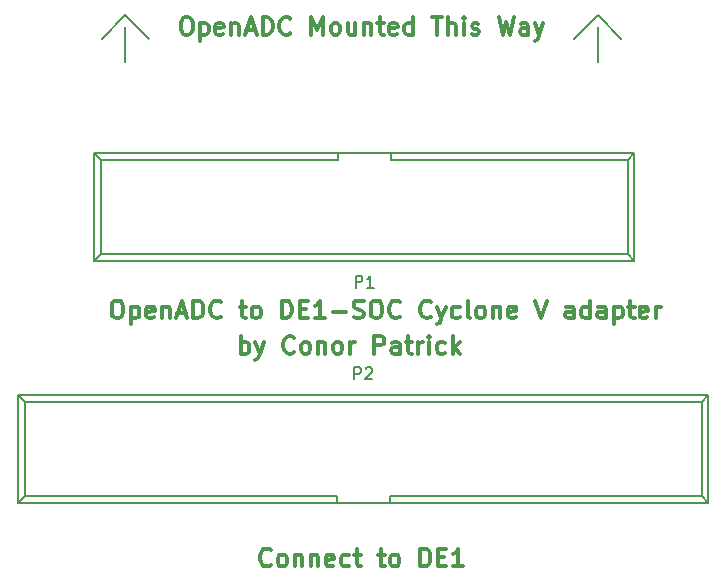
<source format=gbr>
G04 #@! TF.FileFunction,Legend,Top*
%FSLAX46Y46*%
G04 Gerber Fmt 4.6, Leading zero omitted, Abs format (unit mm)*
G04 Created by KiCad (PCBNEW 4.0.3+e1-6302~38~ubuntu15.10.1-stable) date Thu Nov 10 16:03:18 2016*
%MOMM*%
%LPD*%
G01*
G04 APERTURE LIST*
%ADD10C,0.100000*%
%ADD11C,0.300000*%
%ADD12C,0.200000*%
%ADD13C,0.150000*%
G04 APERTURE END LIST*
D10*
D11*
X160785715Y-93678571D02*
X160785715Y-92178571D01*
X160785715Y-92750000D02*
X160928572Y-92678571D01*
X161214286Y-92678571D01*
X161357143Y-92750000D01*
X161428572Y-92821429D01*
X161500001Y-92964286D01*
X161500001Y-93392857D01*
X161428572Y-93535714D01*
X161357143Y-93607143D01*
X161214286Y-93678571D01*
X160928572Y-93678571D01*
X160785715Y-93607143D01*
X162000001Y-92678571D02*
X162357144Y-93678571D01*
X162714286Y-92678571D02*
X162357144Y-93678571D01*
X162214286Y-94035714D01*
X162142858Y-94107143D01*
X162000001Y-94178571D01*
X165285715Y-93535714D02*
X165214286Y-93607143D01*
X165000000Y-93678571D01*
X164857143Y-93678571D01*
X164642858Y-93607143D01*
X164500000Y-93464286D01*
X164428572Y-93321429D01*
X164357143Y-93035714D01*
X164357143Y-92821429D01*
X164428572Y-92535714D01*
X164500000Y-92392857D01*
X164642858Y-92250000D01*
X164857143Y-92178571D01*
X165000000Y-92178571D01*
X165214286Y-92250000D01*
X165285715Y-92321429D01*
X166142858Y-93678571D02*
X166000000Y-93607143D01*
X165928572Y-93535714D01*
X165857143Y-93392857D01*
X165857143Y-92964286D01*
X165928572Y-92821429D01*
X166000000Y-92750000D01*
X166142858Y-92678571D01*
X166357143Y-92678571D01*
X166500000Y-92750000D01*
X166571429Y-92821429D01*
X166642858Y-92964286D01*
X166642858Y-93392857D01*
X166571429Y-93535714D01*
X166500000Y-93607143D01*
X166357143Y-93678571D01*
X166142858Y-93678571D01*
X167285715Y-92678571D02*
X167285715Y-93678571D01*
X167285715Y-92821429D02*
X167357143Y-92750000D01*
X167500001Y-92678571D01*
X167714286Y-92678571D01*
X167857143Y-92750000D01*
X167928572Y-92892857D01*
X167928572Y-93678571D01*
X168857144Y-93678571D02*
X168714286Y-93607143D01*
X168642858Y-93535714D01*
X168571429Y-93392857D01*
X168571429Y-92964286D01*
X168642858Y-92821429D01*
X168714286Y-92750000D01*
X168857144Y-92678571D01*
X169071429Y-92678571D01*
X169214286Y-92750000D01*
X169285715Y-92821429D01*
X169357144Y-92964286D01*
X169357144Y-93392857D01*
X169285715Y-93535714D01*
X169214286Y-93607143D01*
X169071429Y-93678571D01*
X168857144Y-93678571D01*
X170000001Y-93678571D02*
X170000001Y-92678571D01*
X170000001Y-92964286D02*
X170071429Y-92821429D01*
X170142858Y-92750000D01*
X170285715Y-92678571D01*
X170428572Y-92678571D01*
X172071429Y-93678571D02*
X172071429Y-92178571D01*
X172642857Y-92178571D01*
X172785715Y-92250000D01*
X172857143Y-92321429D01*
X172928572Y-92464286D01*
X172928572Y-92678571D01*
X172857143Y-92821429D01*
X172785715Y-92892857D01*
X172642857Y-92964286D01*
X172071429Y-92964286D01*
X174214286Y-93678571D02*
X174214286Y-92892857D01*
X174142857Y-92750000D01*
X174000000Y-92678571D01*
X173714286Y-92678571D01*
X173571429Y-92750000D01*
X174214286Y-93607143D02*
X174071429Y-93678571D01*
X173714286Y-93678571D01*
X173571429Y-93607143D01*
X173500000Y-93464286D01*
X173500000Y-93321429D01*
X173571429Y-93178571D01*
X173714286Y-93107143D01*
X174071429Y-93107143D01*
X174214286Y-93035714D01*
X174714286Y-92678571D02*
X175285715Y-92678571D01*
X174928572Y-92178571D02*
X174928572Y-93464286D01*
X175000000Y-93607143D01*
X175142858Y-93678571D01*
X175285715Y-93678571D01*
X175785715Y-93678571D02*
X175785715Y-92678571D01*
X175785715Y-92964286D02*
X175857143Y-92821429D01*
X175928572Y-92750000D01*
X176071429Y-92678571D01*
X176214286Y-92678571D01*
X176714286Y-93678571D02*
X176714286Y-92678571D01*
X176714286Y-92178571D02*
X176642857Y-92250000D01*
X176714286Y-92321429D01*
X176785714Y-92250000D01*
X176714286Y-92178571D01*
X176714286Y-92321429D01*
X178071429Y-93607143D02*
X177928572Y-93678571D01*
X177642858Y-93678571D01*
X177500000Y-93607143D01*
X177428572Y-93535714D01*
X177357143Y-93392857D01*
X177357143Y-92964286D01*
X177428572Y-92821429D01*
X177500000Y-92750000D01*
X177642858Y-92678571D01*
X177928572Y-92678571D01*
X178071429Y-92750000D01*
X178714286Y-93678571D02*
X178714286Y-92178571D01*
X178857143Y-93107143D02*
X179285714Y-93678571D01*
X179285714Y-92678571D02*
X178714286Y-93250000D01*
X150178572Y-89178571D02*
X150464286Y-89178571D01*
X150607144Y-89250000D01*
X150750001Y-89392857D01*
X150821429Y-89678571D01*
X150821429Y-90178571D01*
X150750001Y-90464286D01*
X150607144Y-90607143D01*
X150464286Y-90678571D01*
X150178572Y-90678571D01*
X150035715Y-90607143D01*
X149892858Y-90464286D01*
X149821429Y-90178571D01*
X149821429Y-89678571D01*
X149892858Y-89392857D01*
X150035715Y-89250000D01*
X150178572Y-89178571D01*
X151464287Y-89678571D02*
X151464287Y-91178571D01*
X151464287Y-89750000D02*
X151607144Y-89678571D01*
X151892858Y-89678571D01*
X152035715Y-89750000D01*
X152107144Y-89821429D01*
X152178573Y-89964286D01*
X152178573Y-90392857D01*
X152107144Y-90535714D01*
X152035715Y-90607143D01*
X151892858Y-90678571D01*
X151607144Y-90678571D01*
X151464287Y-90607143D01*
X153392858Y-90607143D02*
X153250001Y-90678571D01*
X152964287Y-90678571D01*
X152821430Y-90607143D01*
X152750001Y-90464286D01*
X152750001Y-89892857D01*
X152821430Y-89750000D01*
X152964287Y-89678571D01*
X153250001Y-89678571D01*
X153392858Y-89750000D01*
X153464287Y-89892857D01*
X153464287Y-90035714D01*
X152750001Y-90178571D01*
X154107144Y-89678571D02*
X154107144Y-90678571D01*
X154107144Y-89821429D02*
X154178572Y-89750000D01*
X154321430Y-89678571D01*
X154535715Y-89678571D01*
X154678572Y-89750000D01*
X154750001Y-89892857D01*
X154750001Y-90678571D01*
X155392858Y-90250000D02*
X156107144Y-90250000D01*
X155250001Y-90678571D02*
X155750001Y-89178571D01*
X156250001Y-90678571D01*
X156750001Y-90678571D02*
X156750001Y-89178571D01*
X157107144Y-89178571D01*
X157321429Y-89250000D01*
X157464287Y-89392857D01*
X157535715Y-89535714D01*
X157607144Y-89821429D01*
X157607144Y-90035714D01*
X157535715Y-90321429D01*
X157464287Y-90464286D01*
X157321429Y-90607143D01*
X157107144Y-90678571D01*
X156750001Y-90678571D01*
X159107144Y-90535714D02*
X159035715Y-90607143D01*
X158821429Y-90678571D01*
X158678572Y-90678571D01*
X158464287Y-90607143D01*
X158321429Y-90464286D01*
X158250001Y-90321429D01*
X158178572Y-90035714D01*
X158178572Y-89821429D01*
X158250001Y-89535714D01*
X158321429Y-89392857D01*
X158464287Y-89250000D01*
X158678572Y-89178571D01*
X158821429Y-89178571D01*
X159035715Y-89250000D01*
X159107144Y-89321429D01*
X160678572Y-89678571D02*
X161250001Y-89678571D01*
X160892858Y-89178571D02*
X160892858Y-90464286D01*
X160964286Y-90607143D01*
X161107144Y-90678571D01*
X161250001Y-90678571D01*
X161964287Y-90678571D02*
X161821429Y-90607143D01*
X161750001Y-90535714D01*
X161678572Y-90392857D01*
X161678572Y-89964286D01*
X161750001Y-89821429D01*
X161821429Y-89750000D01*
X161964287Y-89678571D01*
X162178572Y-89678571D01*
X162321429Y-89750000D01*
X162392858Y-89821429D01*
X162464287Y-89964286D01*
X162464287Y-90392857D01*
X162392858Y-90535714D01*
X162321429Y-90607143D01*
X162178572Y-90678571D01*
X161964287Y-90678571D01*
X164250001Y-90678571D02*
X164250001Y-89178571D01*
X164607144Y-89178571D01*
X164821429Y-89250000D01*
X164964287Y-89392857D01*
X165035715Y-89535714D01*
X165107144Y-89821429D01*
X165107144Y-90035714D01*
X165035715Y-90321429D01*
X164964287Y-90464286D01*
X164821429Y-90607143D01*
X164607144Y-90678571D01*
X164250001Y-90678571D01*
X165750001Y-89892857D02*
X166250001Y-89892857D01*
X166464287Y-90678571D02*
X165750001Y-90678571D01*
X165750001Y-89178571D01*
X166464287Y-89178571D01*
X167892858Y-90678571D02*
X167035715Y-90678571D01*
X167464287Y-90678571D02*
X167464287Y-89178571D01*
X167321430Y-89392857D01*
X167178572Y-89535714D01*
X167035715Y-89607143D01*
X168535715Y-90107143D02*
X169678572Y-90107143D01*
X170321429Y-90607143D02*
X170535715Y-90678571D01*
X170892858Y-90678571D01*
X171035715Y-90607143D01*
X171107144Y-90535714D01*
X171178572Y-90392857D01*
X171178572Y-90250000D01*
X171107144Y-90107143D01*
X171035715Y-90035714D01*
X170892858Y-89964286D01*
X170607144Y-89892857D01*
X170464286Y-89821429D01*
X170392858Y-89750000D01*
X170321429Y-89607143D01*
X170321429Y-89464286D01*
X170392858Y-89321429D01*
X170464286Y-89250000D01*
X170607144Y-89178571D01*
X170964286Y-89178571D01*
X171178572Y-89250000D01*
X172107143Y-89178571D02*
X172392857Y-89178571D01*
X172535715Y-89250000D01*
X172678572Y-89392857D01*
X172750000Y-89678571D01*
X172750000Y-90178571D01*
X172678572Y-90464286D01*
X172535715Y-90607143D01*
X172392857Y-90678571D01*
X172107143Y-90678571D01*
X171964286Y-90607143D01*
X171821429Y-90464286D01*
X171750000Y-90178571D01*
X171750000Y-89678571D01*
X171821429Y-89392857D01*
X171964286Y-89250000D01*
X172107143Y-89178571D01*
X174250001Y-90535714D02*
X174178572Y-90607143D01*
X173964286Y-90678571D01*
X173821429Y-90678571D01*
X173607144Y-90607143D01*
X173464286Y-90464286D01*
X173392858Y-90321429D01*
X173321429Y-90035714D01*
X173321429Y-89821429D01*
X173392858Y-89535714D01*
X173464286Y-89392857D01*
X173607144Y-89250000D01*
X173821429Y-89178571D01*
X173964286Y-89178571D01*
X174178572Y-89250000D01*
X174250001Y-89321429D01*
X176892858Y-90535714D02*
X176821429Y-90607143D01*
X176607143Y-90678571D01*
X176464286Y-90678571D01*
X176250001Y-90607143D01*
X176107143Y-90464286D01*
X176035715Y-90321429D01*
X175964286Y-90035714D01*
X175964286Y-89821429D01*
X176035715Y-89535714D01*
X176107143Y-89392857D01*
X176250001Y-89250000D01*
X176464286Y-89178571D01*
X176607143Y-89178571D01*
X176821429Y-89250000D01*
X176892858Y-89321429D01*
X177392858Y-89678571D02*
X177750001Y-90678571D01*
X178107143Y-89678571D02*
X177750001Y-90678571D01*
X177607143Y-91035714D01*
X177535715Y-91107143D01*
X177392858Y-91178571D01*
X179321429Y-90607143D02*
X179178572Y-90678571D01*
X178892858Y-90678571D01*
X178750000Y-90607143D01*
X178678572Y-90535714D01*
X178607143Y-90392857D01*
X178607143Y-89964286D01*
X178678572Y-89821429D01*
X178750000Y-89750000D01*
X178892858Y-89678571D01*
X179178572Y-89678571D01*
X179321429Y-89750000D01*
X180178572Y-90678571D02*
X180035714Y-90607143D01*
X179964286Y-90464286D01*
X179964286Y-89178571D01*
X180964286Y-90678571D02*
X180821428Y-90607143D01*
X180750000Y-90535714D01*
X180678571Y-90392857D01*
X180678571Y-89964286D01*
X180750000Y-89821429D01*
X180821428Y-89750000D01*
X180964286Y-89678571D01*
X181178571Y-89678571D01*
X181321428Y-89750000D01*
X181392857Y-89821429D01*
X181464286Y-89964286D01*
X181464286Y-90392857D01*
X181392857Y-90535714D01*
X181321428Y-90607143D01*
X181178571Y-90678571D01*
X180964286Y-90678571D01*
X182107143Y-89678571D02*
X182107143Y-90678571D01*
X182107143Y-89821429D02*
X182178571Y-89750000D01*
X182321429Y-89678571D01*
X182535714Y-89678571D01*
X182678571Y-89750000D01*
X182750000Y-89892857D01*
X182750000Y-90678571D01*
X184035714Y-90607143D02*
X183892857Y-90678571D01*
X183607143Y-90678571D01*
X183464286Y-90607143D01*
X183392857Y-90464286D01*
X183392857Y-89892857D01*
X183464286Y-89750000D01*
X183607143Y-89678571D01*
X183892857Y-89678571D01*
X184035714Y-89750000D01*
X184107143Y-89892857D01*
X184107143Y-90035714D01*
X183392857Y-90178571D01*
X185678571Y-89178571D02*
X186178571Y-90678571D01*
X186678571Y-89178571D01*
X188964285Y-90678571D02*
X188964285Y-89892857D01*
X188892856Y-89750000D01*
X188749999Y-89678571D01*
X188464285Y-89678571D01*
X188321428Y-89750000D01*
X188964285Y-90607143D02*
X188821428Y-90678571D01*
X188464285Y-90678571D01*
X188321428Y-90607143D01*
X188249999Y-90464286D01*
X188249999Y-90321429D01*
X188321428Y-90178571D01*
X188464285Y-90107143D01*
X188821428Y-90107143D01*
X188964285Y-90035714D01*
X190321428Y-90678571D02*
X190321428Y-89178571D01*
X190321428Y-90607143D02*
X190178571Y-90678571D01*
X189892857Y-90678571D01*
X189749999Y-90607143D01*
X189678571Y-90535714D01*
X189607142Y-90392857D01*
X189607142Y-89964286D01*
X189678571Y-89821429D01*
X189749999Y-89750000D01*
X189892857Y-89678571D01*
X190178571Y-89678571D01*
X190321428Y-89750000D01*
X191678571Y-90678571D02*
X191678571Y-89892857D01*
X191607142Y-89750000D01*
X191464285Y-89678571D01*
X191178571Y-89678571D01*
X191035714Y-89750000D01*
X191678571Y-90607143D02*
X191535714Y-90678571D01*
X191178571Y-90678571D01*
X191035714Y-90607143D01*
X190964285Y-90464286D01*
X190964285Y-90321429D01*
X191035714Y-90178571D01*
X191178571Y-90107143D01*
X191535714Y-90107143D01*
X191678571Y-90035714D01*
X192392857Y-89678571D02*
X192392857Y-91178571D01*
X192392857Y-89750000D02*
X192535714Y-89678571D01*
X192821428Y-89678571D01*
X192964285Y-89750000D01*
X193035714Y-89821429D01*
X193107143Y-89964286D01*
X193107143Y-90392857D01*
X193035714Y-90535714D01*
X192964285Y-90607143D01*
X192821428Y-90678571D01*
X192535714Y-90678571D01*
X192392857Y-90607143D01*
X193535714Y-89678571D02*
X194107143Y-89678571D01*
X193750000Y-89178571D02*
X193750000Y-90464286D01*
X193821428Y-90607143D01*
X193964286Y-90678571D01*
X194107143Y-90678571D01*
X195178571Y-90607143D02*
X195035714Y-90678571D01*
X194750000Y-90678571D01*
X194607143Y-90607143D01*
X194535714Y-90464286D01*
X194535714Y-89892857D01*
X194607143Y-89750000D01*
X194750000Y-89678571D01*
X195035714Y-89678571D01*
X195178571Y-89750000D01*
X195250000Y-89892857D01*
X195250000Y-90035714D01*
X194535714Y-90178571D01*
X195892857Y-90678571D02*
X195892857Y-89678571D01*
X195892857Y-89964286D02*
X195964285Y-89821429D01*
X196035714Y-89750000D01*
X196178571Y-89678571D01*
X196321428Y-89678571D01*
X163321429Y-111535714D02*
X163250000Y-111607143D01*
X163035714Y-111678571D01*
X162892857Y-111678571D01*
X162678572Y-111607143D01*
X162535714Y-111464286D01*
X162464286Y-111321429D01*
X162392857Y-111035714D01*
X162392857Y-110821429D01*
X162464286Y-110535714D01*
X162535714Y-110392857D01*
X162678572Y-110250000D01*
X162892857Y-110178571D01*
X163035714Y-110178571D01*
X163250000Y-110250000D01*
X163321429Y-110321429D01*
X164178572Y-111678571D02*
X164035714Y-111607143D01*
X163964286Y-111535714D01*
X163892857Y-111392857D01*
X163892857Y-110964286D01*
X163964286Y-110821429D01*
X164035714Y-110750000D01*
X164178572Y-110678571D01*
X164392857Y-110678571D01*
X164535714Y-110750000D01*
X164607143Y-110821429D01*
X164678572Y-110964286D01*
X164678572Y-111392857D01*
X164607143Y-111535714D01*
X164535714Y-111607143D01*
X164392857Y-111678571D01*
X164178572Y-111678571D01*
X165321429Y-110678571D02*
X165321429Y-111678571D01*
X165321429Y-110821429D02*
X165392857Y-110750000D01*
X165535715Y-110678571D01*
X165750000Y-110678571D01*
X165892857Y-110750000D01*
X165964286Y-110892857D01*
X165964286Y-111678571D01*
X166678572Y-110678571D02*
X166678572Y-111678571D01*
X166678572Y-110821429D02*
X166750000Y-110750000D01*
X166892858Y-110678571D01*
X167107143Y-110678571D01*
X167250000Y-110750000D01*
X167321429Y-110892857D01*
X167321429Y-111678571D01*
X168607143Y-111607143D02*
X168464286Y-111678571D01*
X168178572Y-111678571D01*
X168035715Y-111607143D01*
X167964286Y-111464286D01*
X167964286Y-110892857D01*
X168035715Y-110750000D01*
X168178572Y-110678571D01*
X168464286Y-110678571D01*
X168607143Y-110750000D01*
X168678572Y-110892857D01*
X168678572Y-111035714D01*
X167964286Y-111178571D01*
X169964286Y-111607143D02*
X169821429Y-111678571D01*
X169535715Y-111678571D01*
X169392857Y-111607143D01*
X169321429Y-111535714D01*
X169250000Y-111392857D01*
X169250000Y-110964286D01*
X169321429Y-110821429D01*
X169392857Y-110750000D01*
X169535715Y-110678571D01*
X169821429Y-110678571D01*
X169964286Y-110750000D01*
X170392857Y-110678571D02*
X170964286Y-110678571D01*
X170607143Y-110178571D02*
X170607143Y-111464286D01*
X170678571Y-111607143D01*
X170821429Y-111678571D01*
X170964286Y-111678571D01*
X172392857Y-110678571D02*
X172964286Y-110678571D01*
X172607143Y-110178571D02*
X172607143Y-111464286D01*
X172678571Y-111607143D01*
X172821429Y-111678571D01*
X172964286Y-111678571D01*
X173678572Y-111678571D02*
X173535714Y-111607143D01*
X173464286Y-111535714D01*
X173392857Y-111392857D01*
X173392857Y-110964286D01*
X173464286Y-110821429D01*
X173535714Y-110750000D01*
X173678572Y-110678571D01*
X173892857Y-110678571D01*
X174035714Y-110750000D01*
X174107143Y-110821429D01*
X174178572Y-110964286D01*
X174178572Y-111392857D01*
X174107143Y-111535714D01*
X174035714Y-111607143D01*
X173892857Y-111678571D01*
X173678572Y-111678571D01*
X175964286Y-111678571D02*
X175964286Y-110178571D01*
X176321429Y-110178571D01*
X176535714Y-110250000D01*
X176678572Y-110392857D01*
X176750000Y-110535714D01*
X176821429Y-110821429D01*
X176821429Y-111035714D01*
X176750000Y-111321429D01*
X176678572Y-111464286D01*
X176535714Y-111607143D01*
X176321429Y-111678571D01*
X175964286Y-111678571D01*
X177464286Y-110892857D02*
X177964286Y-110892857D01*
X178178572Y-111678571D02*
X177464286Y-111678571D01*
X177464286Y-110178571D01*
X178178572Y-110178571D01*
X179607143Y-111678571D02*
X178750000Y-111678571D01*
X179178572Y-111678571D02*
X179178572Y-110178571D01*
X179035715Y-110392857D01*
X178892857Y-110535714D01*
X178750000Y-110607143D01*
D12*
X151000000Y-66000000D02*
X151000000Y-69000000D01*
X151000000Y-65000000D02*
X153000000Y-67000000D01*
X149000000Y-67000000D02*
X151000000Y-65000000D01*
X151000000Y-65000000D02*
X149000000Y-67000000D01*
X191000000Y-65000000D02*
X193000000Y-67000000D01*
X189000000Y-67000000D02*
X191000000Y-65000000D01*
X191000000Y-66000000D02*
X191000000Y-69000000D01*
D11*
X156035714Y-65178571D02*
X156321428Y-65178571D01*
X156464286Y-65250000D01*
X156607143Y-65392857D01*
X156678571Y-65678571D01*
X156678571Y-66178571D01*
X156607143Y-66464286D01*
X156464286Y-66607143D01*
X156321428Y-66678571D01*
X156035714Y-66678571D01*
X155892857Y-66607143D01*
X155750000Y-66464286D01*
X155678571Y-66178571D01*
X155678571Y-65678571D01*
X155750000Y-65392857D01*
X155892857Y-65250000D01*
X156035714Y-65178571D01*
X157321429Y-65678571D02*
X157321429Y-67178571D01*
X157321429Y-65750000D02*
X157464286Y-65678571D01*
X157750000Y-65678571D01*
X157892857Y-65750000D01*
X157964286Y-65821429D01*
X158035715Y-65964286D01*
X158035715Y-66392857D01*
X157964286Y-66535714D01*
X157892857Y-66607143D01*
X157750000Y-66678571D01*
X157464286Y-66678571D01*
X157321429Y-66607143D01*
X159250000Y-66607143D02*
X159107143Y-66678571D01*
X158821429Y-66678571D01*
X158678572Y-66607143D01*
X158607143Y-66464286D01*
X158607143Y-65892857D01*
X158678572Y-65750000D01*
X158821429Y-65678571D01*
X159107143Y-65678571D01*
X159250000Y-65750000D01*
X159321429Y-65892857D01*
X159321429Y-66035714D01*
X158607143Y-66178571D01*
X159964286Y-65678571D02*
X159964286Y-66678571D01*
X159964286Y-65821429D02*
X160035714Y-65750000D01*
X160178572Y-65678571D01*
X160392857Y-65678571D01*
X160535714Y-65750000D01*
X160607143Y-65892857D01*
X160607143Y-66678571D01*
X161250000Y-66250000D02*
X161964286Y-66250000D01*
X161107143Y-66678571D02*
X161607143Y-65178571D01*
X162107143Y-66678571D01*
X162607143Y-66678571D02*
X162607143Y-65178571D01*
X162964286Y-65178571D01*
X163178571Y-65250000D01*
X163321429Y-65392857D01*
X163392857Y-65535714D01*
X163464286Y-65821429D01*
X163464286Y-66035714D01*
X163392857Y-66321429D01*
X163321429Y-66464286D01*
X163178571Y-66607143D01*
X162964286Y-66678571D01*
X162607143Y-66678571D01*
X164964286Y-66535714D02*
X164892857Y-66607143D01*
X164678571Y-66678571D01*
X164535714Y-66678571D01*
X164321429Y-66607143D01*
X164178571Y-66464286D01*
X164107143Y-66321429D01*
X164035714Y-66035714D01*
X164035714Y-65821429D01*
X164107143Y-65535714D01*
X164178571Y-65392857D01*
X164321429Y-65250000D01*
X164535714Y-65178571D01*
X164678571Y-65178571D01*
X164892857Y-65250000D01*
X164964286Y-65321429D01*
X166750000Y-66678571D02*
X166750000Y-65178571D01*
X167250000Y-66250000D01*
X167750000Y-65178571D01*
X167750000Y-66678571D01*
X168678572Y-66678571D02*
X168535714Y-66607143D01*
X168464286Y-66535714D01*
X168392857Y-66392857D01*
X168392857Y-65964286D01*
X168464286Y-65821429D01*
X168535714Y-65750000D01*
X168678572Y-65678571D01*
X168892857Y-65678571D01*
X169035714Y-65750000D01*
X169107143Y-65821429D01*
X169178572Y-65964286D01*
X169178572Y-66392857D01*
X169107143Y-66535714D01*
X169035714Y-66607143D01*
X168892857Y-66678571D01*
X168678572Y-66678571D01*
X170464286Y-65678571D02*
X170464286Y-66678571D01*
X169821429Y-65678571D02*
X169821429Y-66464286D01*
X169892857Y-66607143D01*
X170035715Y-66678571D01*
X170250000Y-66678571D01*
X170392857Y-66607143D01*
X170464286Y-66535714D01*
X171178572Y-65678571D02*
X171178572Y-66678571D01*
X171178572Y-65821429D02*
X171250000Y-65750000D01*
X171392858Y-65678571D01*
X171607143Y-65678571D01*
X171750000Y-65750000D01*
X171821429Y-65892857D01*
X171821429Y-66678571D01*
X172321429Y-65678571D02*
X172892858Y-65678571D01*
X172535715Y-65178571D02*
X172535715Y-66464286D01*
X172607143Y-66607143D01*
X172750001Y-66678571D01*
X172892858Y-66678571D01*
X173964286Y-66607143D02*
X173821429Y-66678571D01*
X173535715Y-66678571D01*
X173392858Y-66607143D01*
X173321429Y-66464286D01*
X173321429Y-65892857D01*
X173392858Y-65750000D01*
X173535715Y-65678571D01*
X173821429Y-65678571D01*
X173964286Y-65750000D01*
X174035715Y-65892857D01*
X174035715Y-66035714D01*
X173321429Y-66178571D01*
X175321429Y-66678571D02*
X175321429Y-65178571D01*
X175321429Y-66607143D02*
X175178572Y-66678571D01*
X174892858Y-66678571D01*
X174750000Y-66607143D01*
X174678572Y-66535714D01*
X174607143Y-66392857D01*
X174607143Y-65964286D01*
X174678572Y-65821429D01*
X174750000Y-65750000D01*
X174892858Y-65678571D01*
X175178572Y-65678571D01*
X175321429Y-65750000D01*
X176964286Y-65178571D02*
X177821429Y-65178571D01*
X177392858Y-66678571D02*
X177392858Y-65178571D01*
X178321429Y-66678571D02*
X178321429Y-65178571D01*
X178964286Y-66678571D02*
X178964286Y-65892857D01*
X178892857Y-65750000D01*
X178750000Y-65678571D01*
X178535715Y-65678571D01*
X178392857Y-65750000D01*
X178321429Y-65821429D01*
X179678572Y-66678571D02*
X179678572Y-65678571D01*
X179678572Y-65178571D02*
X179607143Y-65250000D01*
X179678572Y-65321429D01*
X179750000Y-65250000D01*
X179678572Y-65178571D01*
X179678572Y-65321429D01*
X180321429Y-66607143D02*
X180464286Y-66678571D01*
X180750001Y-66678571D01*
X180892858Y-66607143D01*
X180964286Y-66464286D01*
X180964286Y-66392857D01*
X180892858Y-66250000D01*
X180750001Y-66178571D01*
X180535715Y-66178571D01*
X180392858Y-66107143D01*
X180321429Y-65964286D01*
X180321429Y-65892857D01*
X180392858Y-65750000D01*
X180535715Y-65678571D01*
X180750001Y-65678571D01*
X180892858Y-65750000D01*
X182607144Y-65178571D02*
X182964287Y-66678571D01*
X183250001Y-65607143D01*
X183535715Y-66678571D01*
X183892858Y-65178571D01*
X185107144Y-66678571D02*
X185107144Y-65892857D01*
X185035715Y-65750000D01*
X184892858Y-65678571D01*
X184607144Y-65678571D01*
X184464287Y-65750000D01*
X185107144Y-66607143D02*
X184964287Y-66678571D01*
X184607144Y-66678571D01*
X184464287Y-66607143D01*
X184392858Y-66464286D01*
X184392858Y-66321429D01*
X184464287Y-66178571D01*
X184607144Y-66107143D01*
X184964287Y-66107143D01*
X185107144Y-66035714D01*
X185678573Y-65678571D02*
X186035716Y-66678571D01*
X186392858Y-65678571D02*
X186035716Y-66678571D01*
X185892858Y-67035714D01*
X185821430Y-67107143D01*
X185678573Y-67178571D01*
D13*
X194080000Y-85820000D02*
X148360000Y-85820000D01*
X193540000Y-85270000D02*
X148920000Y-85270000D01*
X194080000Y-76720000D02*
X148360000Y-76720000D01*
X193540000Y-77270000D02*
X173470000Y-77270000D01*
X168970000Y-77270000D02*
X148920000Y-77270000D01*
X173470000Y-77270000D02*
X173470000Y-76720000D01*
X168970000Y-77270000D02*
X168970000Y-76720000D01*
X194080000Y-85820000D02*
X194080000Y-76720000D01*
X193540000Y-85270000D02*
X193540000Y-77270000D01*
X148360000Y-85820000D02*
X148360000Y-76720000D01*
X148920000Y-85270000D02*
X148920000Y-77270000D01*
X194080000Y-85820000D02*
X193540000Y-85270000D01*
X148360000Y-85820000D02*
X148920000Y-85270000D01*
X194080000Y-76720000D02*
X193540000Y-77270000D01*
X148360000Y-76720000D02*
X148920000Y-77270000D01*
X141920000Y-97180000D02*
X200340000Y-97180000D01*
X142460000Y-97730000D02*
X199780000Y-97730000D01*
X141920000Y-106280000D02*
X200340000Y-106280000D01*
X142460000Y-105730000D02*
X168880000Y-105730000D01*
X173380000Y-105730000D02*
X199780000Y-105730000D01*
X168880000Y-105730000D02*
X168880000Y-106280000D01*
X173380000Y-105730000D02*
X173380000Y-106280000D01*
X141920000Y-97180000D02*
X141920000Y-106280000D01*
X142460000Y-97730000D02*
X142460000Y-105730000D01*
X200340000Y-97180000D02*
X200340000Y-106280000D01*
X199780000Y-97730000D02*
X199780000Y-105730000D01*
X141920000Y-97180000D02*
X142460000Y-97730000D01*
X200340000Y-97180000D02*
X199780000Y-97730000D01*
X141920000Y-106280000D02*
X142460000Y-105730000D01*
X200340000Y-106280000D02*
X199780000Y-105730000D01*
X170481905Y-88072381D02*
X170481905Y-87072381D01*
X170862858Y-87072381D01*
X170958096Y-87120000D01*
X171005715Y-87167619D01*
X171053334Y-87262857D01*
X171053334Y-87405714D01*
X171005715Y-87500952D01*
X170958096Y-87548571D01*
X170862858Y-87596190D01*
X170481905Y-87596190D01*
X172005715Y-88072381D02*
X171434286Y-88072381D01*
X171720000Y-88072381D02*
X171720000Y-87072381D01*
X171624762Y-87215238D01*
X171529524Y-87310476D01*
X171434286Y-87358095D01*
X170391905Y-95832381D02*
X170391905Y-94832381D01*
X170772858Y-94832381D01*
X170868096Y-94880000D01*
X170915715Y-94927619D01*
X170963334Y-95022857D01*
X170963334Y-95165714D01*
X170915715Y-95260952D01*
X170868096Y-95308571D01*
X170772858Y-95356190D01*
X170391905Y-95356190D01*
X171344286Y-94927619D02*
X171391905Y-94880000D01*
X171487143Y-94832381D01*
X171725239Y-94832381D01*
X171820477Y-94880000D01*
X171868096Y-94927619D01*
X171915715Y-95022857D01*
X171915715Y-95118095D01*
X171868096Y-95260952D01*
X171296667Y-95832381D01*
X171915715Y-95832381D01*
M02*

</source>
